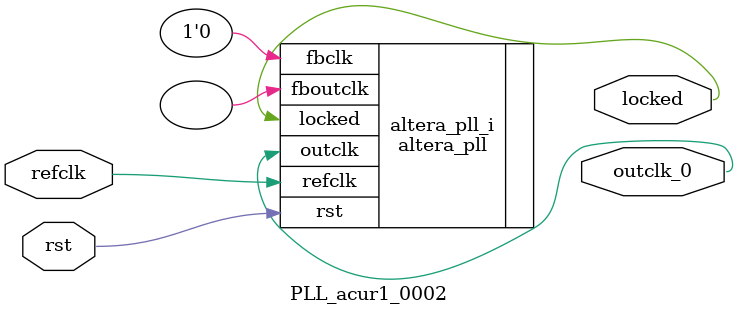
<source format=v>
`timescale 1ns/10ps
module  PLL_acur1_0002(

	// interface 'refclk'
	input wire refclk,

	// interface 'reset'
	input wire rst,

	// interface 'outclk0'
	output wire outclk_0,

	// interface 'locked'
	output wire locked
);

	altera_pll #(
		.fractional_vco_multiplier("false"),
		.reference_clock_frequency("50.0 MHz"),
		.operation_mode("direct"),
		.number_of_clocks(1),
		.output_clock_frequency0("100.396825 MHz"),
		.phase_shift0("0 ps"),
		.duty_cycle0(50),
		.output_clock_frequency1("0 MHz"),
		.phase_shift1("0 ps"),
		.duty_cycle1(50),
		.output_clock_frequency2("0 MHz"),
		.phase_shift2("0 ps"),
		.duty_cycle2(50),
		.output_clock_frequency3("0 MHz"),
		.phase_shift3("0 ps"),
		.duty_cycle3(50),
		.output_clock_frequency4("0 MHz"),
		.phase_shift4("0 ps"),
		.duty_cycle4(50),
		.output_clock_frequency5("0 MHz"),
		.phase_shift5("0 ps"),
		.duty_cycle5(50),
		.output_clock_frequency6("0 MHz"),
		.phase_shift6("0 ps"),
		.duty_cycle6(50),
		.output_clock_frequency7("0 MHz"),
		.phase_shift7("0 ps"),
		.duty_cycle7(50),
		.output_clock_frequency8("0 MHz"),
		.phase_shift8("0 ps"),
		.duty_cycle8(50),
		.output_clock_frequency9("0 MHz"),
		.phase_shift9("0 ps"),
		.duty_cycle9(50),
		.output_clock_frequency10("0 MHz"),
		.phase_shift10("0 ps"),
		.duty_cycle10(50),
		.output_clock_frequency11("0 MHz"),
		.phase_shift11("0 ps"),
		.duty_cycle11(50),
		.output_clock_frequency12("0 MHz"),
		.phase_shift12("0 ps"),
		.duty_cycle12(50),
		.output_clock_frequency13("0 MHz"),
		.phase_shift13("0 ps"),
		.duty_cycle13(50),
		.output_clock_frequency14("0 MHz"),
		.phase_shift14("0 ps"),
		.duty_cycle14(50),
		.output_clock_frequency15("0 MHz"),
		.phase_shift15("0 ps"),
		.duty_cycle15(50),
		.output_clock_frequency16("0 MHz"),
		.phase_shift16("0 ps"),
		.duty_cycle16(50),
		.output_clock_frequency17("0 MHz"),
		.phase_shift17("0 ps"),
		.duty_cycle17(50),
		.pll_type("General"),
		.pll_subtype("General")
	) altera_pll_i (
		.rst	(rst),
		.outclk	({outclk_0}),
		.locked	(locked),
		.fboutclk	( ),
		.fbclk	(1'b0),
		.refclk	(refclk)
	);
endmodule


</source>
